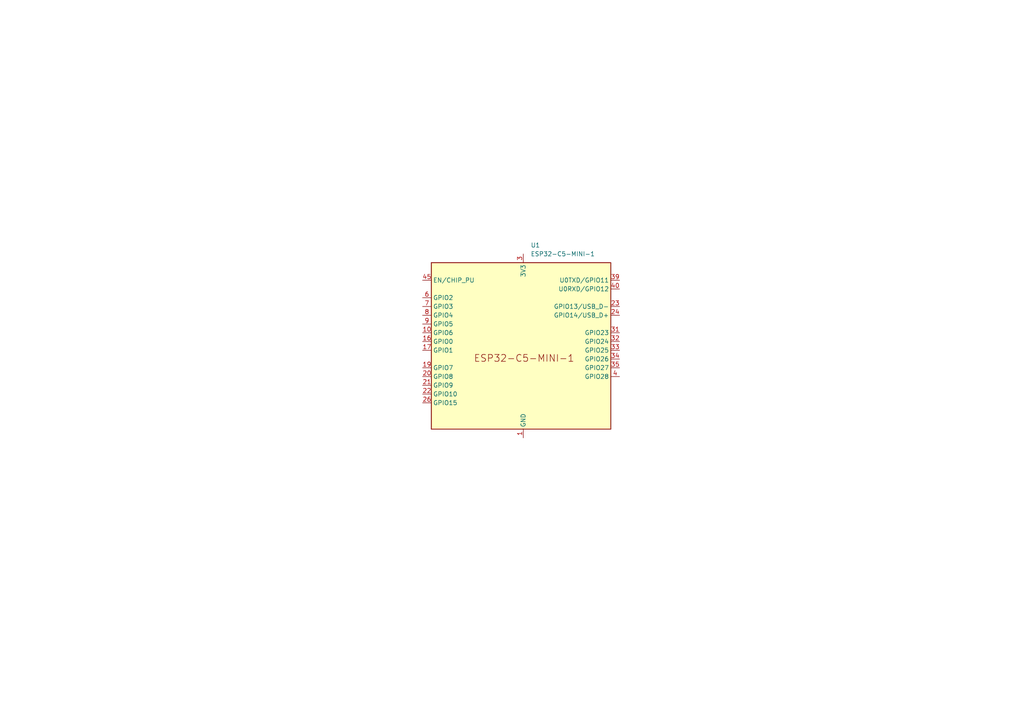
<source format=kicad_sch>
(kicad_sch (version 20250114) (generator "eeschema") (generator_version "9.0")
  (paper "A4")
  (lib_symbols
    (symbol "PCM_Espressif:ESP32-C5-MINI-1"
      (property "Reference" "U" (at -26.924 27.178 0))
      (property "Value" "ESP32-C5-MINI-1" (at -26.924 24.892 0))
      (symbol "ESP32-C5-MINI-1_0_1"
        (rectangle (start -26.67 24.13) (end 25.4 -24.13) (stroke (width 0.254)) (fill (type background)))
      )
      (symbol "ESP32-C5-MINI-1_1_0"
        (pin passive line (at 0 -26.67 90) (length 2.54) (hide yes) (name "GND") (number "46"))
        (pin bidirectional line (at 27.94 19.05 180) (length 2.54) (name "U0TXD/GPIO11") (number "39"))
        (pin bidirectional line (at 27.94 16.51 180) (length 2.54) (name "U0RXD/GPIO12") (number "40"))
      )
      (symbol "ESP32-C5-MINI-1_1_1"
        (text "ESP32-C5-MINI-1" (at 0.254 -3.556 0) (effects (font (size 2 2))))
        (pin input line (at -29.21 19.05 0) (length 2.54) (name "EN/CHIP_PU") (number "45"))
        (pin no_connect line (at -29.21 16.51 0) (length 2.54) (hide yes) (name "NC") (number "5"))
        (pin bidirectional line (at -29.21 13.97 0) (length 2.54) (name "GPIO2") (number "6"))
        (pin bidirectional line (at -29.21 11.43 0) (length 2.54) (name "GPIO3") (number "7"))
        (pin bidirectional line (at -29.21 8.89 0) (length 2.54) (name "GPIO4") (number "8"))
        (pin bidirectional line (at -29.21 6.35 0) (length 2.54) (name "GPIO5") (number "9"))
        (pin bidirectional line (at -29.21 3.81 0) (length 2.54) (name "GPIO6") (number "10"))
        (pin bidirectional line (at -29.21 1.27 0) (length 2.54) (name "GPIO0") (number "16"))
        (pin bidirectional line (at -29.21 -1.27 0) (length 2.54) (name "GPIO1") (number "17"))
        (pin no_connect line (at -29.21 -3.81 0) (length 2.54) (hide yes) (name "NC") (number "14"))
        (pin bidirectional line (at -29.21 -6.35 0) (length 2.54) (name "GPIO7") (number "19"))
        (pin bidirectional line (at -29.21 -8.89 0) (length 2.54) (name "GPIO8") (number "20"))
        (pin bidirectional line (at -29.21 -11.43 0) (length 2.54) (name "GPIO9") (number "21"))
        (pin bidirectional line (at -29.21 -13.97 0) (length 2.54) (name "GPIO10") (number "22"))
        (pin bidirectional line (at -29.21 -16.51 0) (length 2.54) (name "GPIO15") (number "26"))
        (pin no_connect line (at -29.21 -19.05 0) (length 2.54) (hide yes) (name "NC") (number "15"))
        (pin no_connect line (at -29.21 -21.59 0) (length 2.54) (hide yes) (name "NC") (number "18"))
        (pin no_connect line (at -20.32 -26.67 90) (length 2.54) (hide yes) (name "NC") (number "28"))
        (pin no_connect line (at -17.78 -26.67 90) (length 2.54) (hide yes) (name "NC") (number "25"))
        (pin no_connect line (at -15.24 -26.67 90) (length 2.54) (hide yes) (name "NC") (number "27"))
        (pin no_connect line (at -12.7 -26.67 90) (length 2.54) (hide yes) (name "NC") (number "29"))
        (pin no_connect line (at -10.16 -26.67 90) (length 2.54) (hide yes) (name "NC") (number "30"))
        (pin no_connect line (at -7.62 -26.67 90) (length 2.54) (hide yes) (name "NC") (number "49"))
        (pin power_in line (at 0 26.67 270) (length 2.54) (name "3V3") (number "3"))
        (pin power_in line (at 0 -26.67 90) (length 2.54) (name "GND") (number "1"))
        (pin passive line (at 0 -26.67 90) (length 2.54) (hide yes) (name "GND") (number "2"))
        (pin passive line (at 0 -26.67 90) (length 2.54) (hide yes) (name "GND") (number "42"))
        (pin passive line (at 0 -26.67 90) (length 2.54) (hide yes) (name "GND") (number "43"))
        (pin passive line (at 0 -26.67 90) (length 2.54) (hide yes) (name "GND") (number "47"))
        (pin passive line (at 0 -26.67 90) (length 2.54) (hide yes) (name "GND") (number "48"))
        (pin passive line (at 0 -26.67 90) (length 2.54) (hide yes) (name "GND") (number "50"))
        (pin passive line (at 0 -26.67 90) (length 2.54) (hide yes) (name "GND") (number "51"))
        (pin passive line (at 0 -26.67 90) (length 2.54) (hide yes) (name "GND") (number "52"))
        (pin passive line (at 0 -26.67 90) (length 2.54) (hide yes) (name "GND") (number "53"))
        (pin passive line (at 0 -26.67 90) (length 2.54) (hide yes) (name "GND") (number "54"))
        (pin passive line (at 0 -26.67 90) (length 2.54) (hide yes) (name "GND") (number "55"))
        (pin passive line (at 0 -26.67 90) (length 2.54) (hide yes) (name "GND") (number "56"))
        (pin passive line (at 0 -26.67 90) (length 2.54) (hide yes) (name "GND") (number "57"))
        (pin passive line (at 0 -26.67 90) (length 2.54) (hide yes) (name "GND") (number "58"))
        (pin passive line (at 0 -26.67 90) (length 2.54) (hide yes) (name "GND") (number "59"))
        (pin passive line (at 0 -26.67 90) (length 2.54) (hide yes) (name "GND") (number "60"))
        (pin passive line (at 0 -26.67 90) (length 2.54) (hide yes) (name "GND") (number "61"))
        (pin passive line (at 0 -26.67 90) (length 2.54) (hide yes) (name "GND") (number "62"))
        (pin passive line (at 0 -26.67 90) (length 2.54) (hide yes) (name "GND") (number "63"))
        (pin passive line (at 0 -26.67 90) (length 2.54) (hide yes) (name "GND") (number "64"))
        (pin passive line (at 0 -26.67 90) (length 2.54) (hide yes) (name "GND") (number "65"))
        (pin no_connect line (at 3.81 26.67 270) (length 2.54) (hide yes) (name "NC") (number "11"))
        (pin no_connect line (at 6.35 26.67 270) (length 2.54) (hide yes) (name "NC") (number "12"))
        (pin no_connect line (at 8.89 26.67 270) (length 2.54) (hide yes) (name "NC") (number "13"))
        (pin bidirectional line (at 27.94 11.43 180) (length 2.54) (name "GPIO13/USB_D-") (number "23"))
        (pin bidirectional line (at 27.94 8.89 180) (length 2.54) (name "GPIO14/USB_D+") (number "24"))
        (pin bidirectional line (at 27.94 3.81 180) (length 2.54) (name "GPIO23") (number "31"))
        (pin bidirectional line (at 27.94 1.27 180) (length 2.54) (name "GPIO24") (number "32"))
        (pin bidirectional line (at 27.94 -1.27 180) (length 2.54) (name "GPIO25") (number "33"))
        (pin bidirectional line (at 27.94 -3.81 180) (length 2.54) (name "GPIO26") (number "34"))
        (pin bidirectional line (at 27.94 -6.35 180) (length 2.54) (name "GPIO27") (number "35"))
        (pin bidirectional line (at 27.94 -8.89 180) (length 2.54) (name "GPIO28") (number "4"))
        (pin no_connect line (at 27.94 -11.43 180) (length 2.54) (hide yes) (name "NC") (number "36"))
        (pin no_connect line (at 27.94 -13.97 180) (length 2.54) (hide yes) (name "NC") (number "37"))
        (pin no_connect line (at 27.94 -16.51 180) (length 2.54) (hide yes) (name "NC") (number "38"))
        (pin no_connect line (at 27.94 -19.05 180) (length 2.54) (hide yes) (name "NC") (number "41"))
        (pin no_connect line (at 27.94 -21.59 180) (length 2.54) (hide yes) (name "NC") (number "44"))
      )
    )
  )
  (symbol (lib_id "PCM_Espressif:ESP32-C5-MINI-1") (at 151.765 100.33 0) (unit 1)
    (property "Reference" "U1" (at 153.9083 71.12 0) (effects (justify left)))
    (property "Value" "ESP32-C5-MINI-1" (at 153.9083 73.66 0) (effects (justify left)))
    (property "Footprint" "PCM_Espressif:ESP32-C5-MINI-1" (effects (hide yes)))
  )
)
</source>
